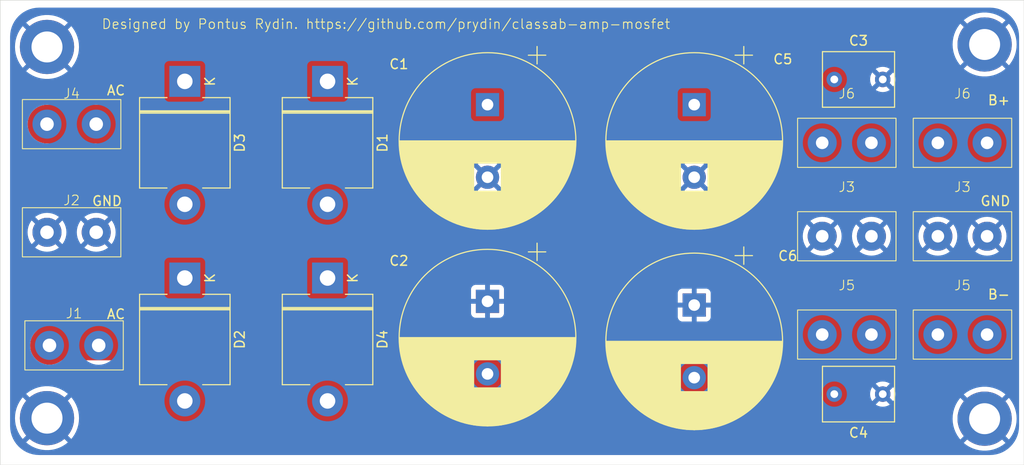
<source format=kicad_pcb>
(kicad_pcb (version 20240108) (generator "pcbnew") (generator_version "8.0")
  (layers (0 "F.Cu" signal) (31 "B.Cu" signal) (34 "B.Paste" user) (35 "F.Paste" user) (36 "B.SilkS" user "B.Silkscreen") (37 "F.SilkS" user "F.Silkscreen") (38 "B.Mask" user) (39 "F.Mask" user) (44 "Edge.Cuts" user))
  (net 0 "")
  (net 1 "GND")
  (net 2 "/V+")
  (net 3 "/V-")
  (net 4 "/AC1")
  (net 5 "/AC2")
  (footprint "Capacitor_THT:C_Rect_L7.2mm_W5.5mm_P5.00mm_FKS2_FKP2_MKS2_MKP2" (layer "F.Cu") (at 155.092 102.164 180)
    (property "Reference" "C4" (at 2.5 -4 0) (layer "F.SilkS"))
    (property "Value" "100n")
    (pad "1" thru_hole circle (at 0 0 180) (size 1.6 1.6) (drill 0.8) (layers "*.Cu" "*.Mask") (net 1 "GND"))
    (pad "2" thru_hole circle (at 5 0 180) (size 1.6 1.6) (drill 0.8) (layers "*.Cu" "*.Mask") (net 3 "/V-"))
  )
  (footprint "Custom:Spade Connector" (layer "F.Cu") (at 151.384 90.932)
    (property "Reference" "J5" (at 0 0 0) (layer "F.SilkS") (effects (font (thickness 0.1))))
    (property "Value" "V-")
    (pad "1" thru_hole circle (at -2.54 5.08) (size 3 3) (drill 1.3) (layers "*.Cu" "*.Mask") (net 3 "/V-"))
    (pad "2" thru_hole circle (at 2.54 5.08) (size 3 3) (drill 1.3) (layers "*.Cu" "*.Mask") (net 3 "/V-"))
  )
  (footprint "MountingHole:MountingHole_3.2mm_M3_DIN965_Pad" (layer "F.Cu") (at 165.608 104.704)
    (property "Reference" "REF**" (hide yes))
    (property "Value" "MountingHole_3.2mm_M3_DIN965_Pad" (hide yes))
    (pad "1" thru_hole circle (at 0 0) (size 5.6 5.6) (drill 3.2) (layers "*.Cu" "*.Mask") (net 1 "GND"))
  )
  (footprint "Capacitor_THT:CP_Radial_D18.0mm_P7.50mm" (layer "F.Cu") (at 114.3 92.576 -90)
    (property "Reference" "C2" (at -4.184 9.144 0) (layer "F.SilkS"))
    (property "Value" "4700u")
    (pad "1" thru_hole rect (at 0 0 270) (size 2.4 2.4) (drill 1.2) (layers "*.Cu" "*.Mask") (net 1 "GND"))
    (pad "2" thru_hole circle (at 7.5 0 270) (size 2.4 2.4) (drill 1.2) (layers "*.Cu" "*.Mask") (net 3 "/V-"))
  )
  (footprint "Diode_THT:D_P600_R-6_P12.70mm_Horizontal" (layer "F.Cu") (at 97.79 90.17 -90)
    (property "Reference" "D4" (at 6.35 -5.67 90) (layer "F.SilkS"))
    (property "Value" "GI754")
    (fp_text user "K" (at 0 -2.6 90) (layer "F.SilkS"))
    (pad "1" thru_hole rect (at 0 0 270) (size 3.2 3.2) (drill 1.6) (layers "*.Cu" "*.Mask") (net 4 "/AC1"))
    (pad "2" thru_hole oval (at 12.7 0 270) (size 3.2 3.2) (drill 1.6) (layers "*.Cu" "*.Mask") (net 3 "/V-"))
  )
  (footprint "MountingHole:MountingHole_3.2mm_M3_DIN965_Pad" (layer "F.Cu") (at 68.834 66.294)
    (property "Reference" "REF**" (hide yes))
    (property "Value" "MountingHole_3.2mm_M3_DIN965_Pad" (hide yes))
    (pad "1" thru_hole circle (at 0 0) (size 5.6 5.6) (drill 3.2) (layers "*.Cu" "*.Mask") (net 1 "GND"))
  )
  (footprint "Capacitor_THT:CP_Radial_D18.0mm_P7.50mm" (layer "F.Cu") (at 135.636 72.256 -90)
    (property "Reference" "C5" (at -4.692 -9.144 180) (layer "F.SilkS"))
    (property "Value" "4700u")
    (pad "1" thru_hole rect (at 0 0 270) (size 2.4 2.4) (drill 1.2) (layers "*.Cu" "*.Mask") (net 2 "/V+"))
    (pad "2" thru_hole circle (at 7.5 0 270) (size 2.4 2.4) (drill 1.2) (layers "*.Cu" "*.Mask") (net 1 "GND"))
  )
  (footprint "Custom:Spade Connector" (layer "F.Cu") (at 163.322 80.772)
    (property "Reference" "J3" (at 0 0 0) (layer "F.SilkS") (effects (font (thickness 0.1))))
    (property "Value" "CT")
    (pad "1" thru_hole circle (at -2.54 5.08) (size 3 3) (drill 1.3) (layers "*.Cu" "*.Mask") (net 1 "GND"))
    (pad "2" thru_hole circle (at 2.54 5.08) (size 3 3) (drill 1.3) (layers "*.Cu" "*.Mask") (net 1 "GND"))
  )
  (footprint "Diode_THT:D_P600_R-6_P12.70mm_Horizontal" (layer "F.Cu") (at 83.058 69.85 -90)
    (property "Reference" "D3" (at 6.35 -5.67 90) (layer "F.SilkS"))
    (property "Value" "GI754")
    (fp_text user "K" (at 0 -2.6 90) (layer "F.SilkS"))
    (pad "1" thru_hole rect (at 0 0 270) (size 3.2 3.2) (drill 1.6) (layers "*.Cu" "*.Mask") (net 2 "/V+"))
    (pad "2" thru_hole oval (at 12.7 0 270) (size 3.2 3.2) (drill 1.6) (layers "*.Cu" "*.Mask") (net 5 "/AC2"))
  )
  (footprint "Custom:Spade Connector" (layer "F.Cu") (at 71.628 92.048)
    (property "Reference" "J1" (at 0 1.778 0) (layer "F.SilkS") (effects (font (thickness 0.1))))
    (property "Value" "AC1")
    (pad "1" thru_hole circle (at -2.54 5.08) (size 3 3) (drill 1.4) (layers "*.Cu" "*.Mask") (net 4 "/AC1"))
    (pad "2" thru_hole circle (at 2.54 5.08) (size 3 3) (drill 1.4) (layers "*.Cu" "*.Mask") (net 4 "/AC1"))
  )
  (footprint "MountingHole:MountingHole_3.2mm_M3_DIN965_Pad" (layer "F.Cu") (at 68.834 104.648)
    (property "Reference" "REF**" (hide yes))
    (property "Value" "MountingHole_3.2mm_M3_DIN965_Pad" (hide yes))
    (pad "1" thru_hole circle (at 0 0) (size 5.6 5.6) (drill 3.2) (layers "*.Cu" "*.Mask") (net 1 "GND"))
  )
  (footprint "Capacitor_THT:CP_Radial_D18.0mm_P7.50mm" (layer "F.Cu") (at 114.3 72.256 -90)
    (property "Reference" "C1" (at -4.184 9.144 0) (layer "F.SilkS"))
    (property "Value" "4700u")
    (pad "1" thru_hole rect (at 0 0 270) (size 2.4 2.4) (drill 1.2) (layers "*.Cu" "*.Mask") (net 2 "/V+"))
    (pad "2" thru_hole circle (at 7.5 0 270) (size 2.4 2.4) (drill 1.2) (layers "*.Cu" "*.Mask") (net 1 "GND"))
  )
  (footprint "MountingHole:MountingHole_3.2mm_M3_DIN965_Pad" (layer "F.Cu") (at 165.608 66.04)
    (property "Reference" "REF**" (hide yes))
    (property "Value" "MountingHole_3.2mm_M3_DIN965_Pad" (hide yes))
    (pad "1" thru_hole circle (at 0 0) (size 5.6 5.6) (drill 3.2) (layers "*.Cu" "*.Mask") (net 1 "GND"))
  )
  (footprint "Custom:Spade Connector" (layer "F.Cu") (at 151.384 71.12)
    (property "Reference" "J6" (at 0 0 0) (layer "F.SilkS") (effects (font (thickness 0.1))))
    (property "Value" "V+")
    (pad "1" thru_hole circle (at -2.54 5.08) (size 3 3) (drill 1.3) (layers "*.Cu" "*.Mask") (net 2 "/V+"))
    (pad "2" thru_hole circle (at 2.54 5.08) (size 3 3) (drill 1.3) (layers "*.Cu" "*.Mask") (net 2 "/V+"))
  )
  (footprint "Capacitor_THT:C_Rect_L7.2mm_W5.5mm_P5.00mm_FKS2_FKP2_MKS2_MKP2" (layer "F.Cu") (at 150.092 69.652)
    (property "Reference" "C3" (at 2.5 -4 0) (layer "F.SilkS"))
    (property "Value" "100n")
    (pad "1" thru_hole circle (at 0 0) (size 1.6 1.6) (drill 0.8) (layers "*.Cu" "*.Mask") (net 2 "/V+"))
    (pad "2" thru_hole circle (at 5 0) (size 1.6 1.6) (drill 0.8) (layers "*.Cu" "*.Mask") (net 1 "GND"))
  )
  (footprint "Custom:Spade Connector" (layer "F.Cu") (at 71.374 69.188)
    (property "Reference" "J4" (at 0 1.932 0) (layer "F.SilkS") (effects (font (thickness 0.1))))
    (property "Value" "AC2")
    (pad "1" thru_hole circle (at -2.54 5.08) (size 3 3) (drill 1.4) (layers "*.Cu" "*.Mask") (net 5 "/AC2"))
    (pad "2" thru_hole circle (at 2.54 5.08) (size 3 3) (drill 1.4) (layers "*.Cu" "*.Mask") (net 5 "/AC2"))
  )
  (footprint "Capacitor_THT:CP_Radial_D18.0mm_P7.50mm" (layer "F.Cu") (at 135.636 92.964 -90)
    (property "Reference" "C6" (at -5.08 -9.652 180) (layer "F.SilkS"))
    (property "Value" "4700u")
    (pad "1" thru_hole rect (at 0 0 270) (size 2.4 2.4) (drill 1.2) (layers "*.Cu" "*.Mask") (net 1 "GND"))
    (pad "2" thru_hole circle (at 7.5 0 270) (size 2.4 2.4) (drill 1.2) (layers "*.Cu" "*.Mask") (net 3 "/V-"))
  )
  (footprint "Custom:Spade Connector" (layer "F.Cu") (at 163.322 71.12)
    (property "Reference" "J6" (at 0 0 0) (layer "F.SilkS") (effects (font (thickness 0.1))))
    (property "Value" "V+")
    (pad "1" thru_hole circle (at -2.54 5.08) (size 3 3) (drill 1.3) (layers "*.Cu" "*.Mask") (net 2 "/V+"))
    (pad "2" thru_hole circle (at 2.54 5.08) (size 3 3) (drill 1.3) (layers "*.Cu" "*.Mask") (net 2 "/V+"))
  )
  (footprint "Diode_THT:D_P600_R-6_P12.70mm_Horizontal" (layer "F.Cu") (at 97.79 69.85 -90)
    (property "Reference" "D1" (at 6.35 -5.67 90) (layer "F.SilkS"))
    (property "Value" "GI754")
    (fp_text user "K" (at 0 -2.6 90) (layer "F.SilkS"))
    (pad "1" thru_hole rect (at 0 0 270) (size 3.2 3.2) (drill 1.6) (layers "*.Cu" "*.Mask") (net 2 "/V+"))
    (pad "2" thru_hole oval (at 12.7 0 270) (size 3.2 3.2) (drill 1.6) (layers "*.Cu" "*.Mask") (net 4 "/AC1"))
  )
  (footprint "Custom:Spade Connector" (layer "F.Cu") (at 163.322 90.932)
    (property "Reference" "J5" (at 0 0 0) (layer "F.SilkS") (effects (font (thickness 0.1))))
    (property "Value" "V-")
    (pad "1" thru_hole circle (at -2.54 5.08) (size 3 3) (drill 1.3) (layers "*.Cu" "*.Mask") (net 3 "/V-"))
    (pad "2" thru_hole circle (at 2.54 5.08) (size 3 3) (drill 1.3) (layers "*.Cu" "*.Mask") (net 3 "/V-"))
  )
  (footprint "Custom:Spade Connector" (layer "F.Cu") (at 71.374 80.364)
    (property "Reference" "J2" (at 0 1.778 0) (layer "F.SilkS") (effects (font (thickness 0.1))))
    (property "Value" "GND")
    (pad "1" thru_hole circle (at -2.54 5.08) (size 3 3) (drill 1.4) (layers "*.Cu" "*.Mask") (net 1 "GND"))
    (pad "2" thru_hole circle (at 2.54 5.08) (size 3 3) (drill 1.4) (layers "*.Cu" "*.Mask") (net 1 "GND"))
  )
  (footprint "Diode_THT:D_P600_R-6_P12.70mm_Horizontal" (layer "F.Cu") (at 83.058 90.17 -90)
    (property "Reference" "D2" (at 6.35 -5.67 90) (layer "F.SilkS"))
    (property "Value" "GI754")
    (fp_text user "K" (at 0 -2.6 90) (layer "F.SilkS"))
    (pad "1" thru_hole rect (at 0 0 270) (size 3.2 3.2) (drill 1.6) (layers "*.Cu" "*.Mask") (net 5 "/AC2"))
    (pad "2" thru_hole oval (at 12.7 0 270) (size 3.2 3.2) (drill 1.6) (layers "*.Cu" "*.Mask") (net 3 "/V-"))
  )
  (footprint "Custom:Spade Connector" (layer "F.Cu") (at 151.384 80.772)
    (property "Reference" "J3" (at 0 0 0) (layer "F.SilkS") (effects (font (thickness 0.1))))
    (property "Value" "CT")
    (pad "1" thru_hole circle (at -2.54 5.08) (size 3 3) (drill 1.3) (layers "*.Cu" "*.Mask") (net 1 "GND"))
    (pad "2" thru_hole circle (at 2.54 5.08) (size 3 3) (drill 1.3) (layers "*.Cu" "*.Mask") (net 1 "GND"))
  )
  (gr_rect (start 64.008 61.468) (end 169.672 109.474) (stroke (width 0.05)) (fill none) (layer "Edge.Cuts"))
  (gr_text "Designed by Pontus Rydin. https://github.com/prydin/classab-amp-mosfet" (at 74.422 64.516 0) (layer "F.SilkS") (effects (font (size 1 1) (thickness 0.1)) (justify left bottom)))
  (gr_text "GND\n" (at 165.1 82.804 0) (layer "F.SilkS") (effects (font (size 1 1)) (justify left bottom)))
  (gr_text "B+" (at 165.862 72.39 0) (layer "F.SilkS") (effects (font (size 1 1)) (justify left bottom)))
  (gr_text "AC" (at 74.93 71.374 0) (layer "F.SilkS") (effects (font (size 1 1)) (justify left bottom)))
  (gr_text "AC" (at 74.93 94.488 0) (layer "F.SilkS") (effects (font (size 1 1)) (justify left bottom)))
  (gr_text "B-" (at 165.862 92.456 0) (layer "F.SilkS") (effects (font (size 1 1)) (justify left bottom)))
  (gr_text "GND" (at 73.406 82.804 0) (layer "F.SilkS") (effects (font (size 1 1)) (justify left bottom)))
  (segment (start 151.432 76.2) (end 165.862 76.2) (width 6) (layer "F.Cu") (net 2))
  (segment (start 83.058 69.85) (end 97.79 69.85) (width 6) (layer "F.Cu") (net 2))
  (segment (start 114.3 72.256) (end 147.488 72.256) (width 6) (layer "F.Cu") (net 2))
  (segment (start 147.488 72.256) (end 151.432 76.2) (width 6) (layer "F.Cu") (net 2))
  (segment (start 111.894 69.85) (end 114.3 72.256) (width 6) (layer "F.Cu") (net 2))
  (segment (start 97.79 69.85) (end 111.894 69.85) (width 6) (layer "F.Cu") (net 2))
  (segment (start 153.924 76.2) (end 148.844 76.2) (width 6) (layer "F.Cu") (net 2))
  (segment (start 147.488 72.256) (end 150.092 69.652) (width 6) (layer "F.Cu") (net 2))
  (segment (start 148.004 100.076) (end 152.068 96.012) (width 6) (layer "F.Cu") (net 3))
  (segment (start 97.79 102.87) (end 111.506 102.87) (width 6) (layer "F.Cu") (net 3))
  (segment (start 111.506 102.87) (end 114.3 100.076) (width 6) (layer "F.Cu") (net 3))
  (segment (start 153.924 96.012) (end 148.844 96.012) (width 6) (layer "F.Cu") (net 3))
  (segment (start 114.3 100.076) (end 148.004 100.076) (width 6) (layer "F.Cu") (net 3))
  (segment (start 83.058 102.87) (end 97.79 102.87) (width 6) (layer "F.Cu") (net 3))
  (segment (start 148.004 100.076) (end 150.092 102.164) (width 6) (layer "F.Cu") (net 3))
  (segment (start 152.068 96.012) (end 165.862 96.012) (width 6) (layer "F.Cu") (net 3))
  (segment (start 91.29 96.67) (end 97.79 90.17) (width 4) (layer "F.Cu") (net 4))
  (segment (start 97.79 90.17) (end 97.79 82.55) (width 6) (layer "F.Cu") (net 4))
  (segment (start 69.088 97.128) (end 69.546 96.67) (width 4) (layer "F.Cu") (net 4))
  (segment (start 69.546 96.67) (end 91.29 96.67) (width 4) (layer "F.Cu") (net 4))
  (segment (start 83.058 82.55) (end 83.058 90.17) (width 6) (layer "F.Cu") (net 5))
  (segment (start 68.834 74.268) (end 73.914 74.268) (width 4) (layer "F.Cu") (net 5))
  (segment (start 74.776 74.268) (end 83.058 82.55) (width 4) (layer "F.Cu") (net 5))
  (segment (start 73.914 74.268) (end 74.776 74.268) (width 4) (layer "F.Cu") (net 5))
  (zone (net 1) (net_name "GND") (layer "B.Cu") (connect_pads (clearance 0.5)) (min_thickness 0.25) (fill yes (thermal_gap 0.5) (thermal_bridge_width 0.5) (smoothing fillet) (radius 3))
    (polygon (pts (xy 169.164 62.23) (xy 169.164 108.458) (xy 65.024 108.458) (xy 65.024 62.23)))
  )
)
</source>
